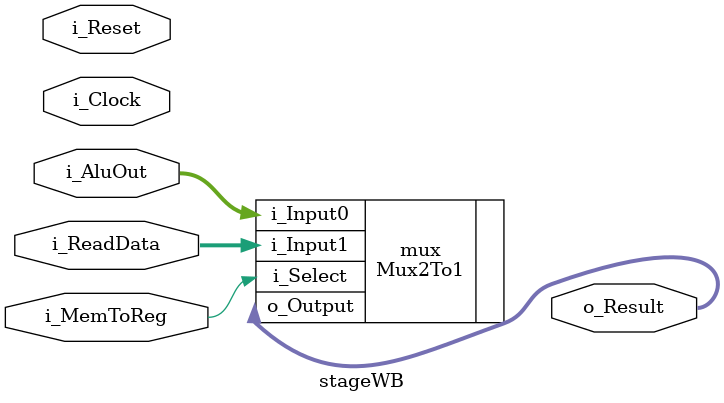
<source format=sv>
module stageWB 
#(
    parameter DATA_DBUS_WIDTH = 32) 
(
    input  logic                       i_Clock,
    input  logic                       i_Reset,
    
    input  logic [DATA_DBUS_WIDTH-1:0] i_AluOut,
    input  logic [DATA_DBUS_WIDTH-1:0] i_ReadData,
    input  logic                       i_MemToReg,
    
    output logic [DATA_DBUS_WIDTH-1:0] o_Result);

    Mux2To1 #(
        .WIDTH(DATA_DBUS_WIDTH))
    mux(
        .i_Select (i_MemToReg),
        .i_Input0 (i_AluOut),
        .i_Input1 (i_ReadData),
        .o_Output (o_Result));

endmodule

</source>
